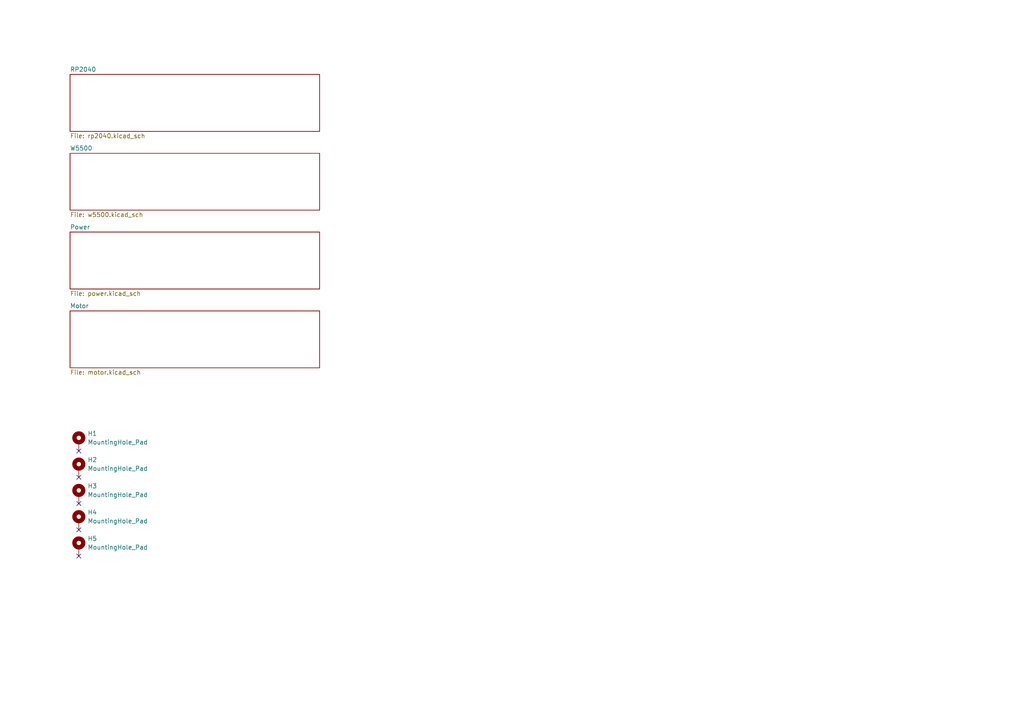
<source format=kicad_sch>
(kicad_sch (version 20211123) (generator eeschema)
  (paper "A4")
  (lib_symbols
    (symbol "Mechanical:MountingHole_Pad" (pin_numbers hide) (pin_names (offset 1.016) hide)
      (property "Reference" "H" (at 0 6.35 0))
      (property "Value" "MountingHole_Pad" (at 0 4.445 0))
      (symbol "MountingHole_Pad_0_1"
        (circle (center 0 1.27) (radius 1.27) (stroke (width 1.27)))
      )
      (symbol "MountingHole_Pad_1_1"
        (pin input line (at 0 -2.54 90) (length 2.54) (name "1") (number "1"))
      )
    )
  )
  (no_connect (at 22.86 130.81))
  (no_connect (at 22.86 146.05))
  (no_connect (at 22.86 153.67))
  (no_connect (at 22.86 138.43))
  (no_connect (at 22.86 161.29))
  (symbol (lib_id "Mechanical:MountingHole_Pad") (at 22.86 128.27 0) (unit 1)
    (property "Reference" "H1" (at 25.4 125.7299 0) (effects (justify left)))
    (property "Value" "MountingHole_Pad" (at 25.4 128.2699 0) (effects (justify left)))
    (property "Footprint" "MountingHole:MountingHole_3.2mm_M3_DIN965_Pad" (effects hide))
  )
  (symbol (lib_id "Mechanical:MountingHole_Pad") (at 22.86 135.89 0) (unit 1)
    (property "Reference" "H2" (at 25.4 133.3499 0) (effects (justify left)))
    (property "Value" "MountingHole_Pad" (at 25.4 135.8899 0) (effects (justify left)))
    (property "Footprint" "MountingHole:MountingHole_3.2mm_M3_DIN965_Pad" (effects hide))
  )
  (symbol (lib_id "Mechanical:MountingHole_Pad") (at 22.86 143.51 0) (unit 1)
    (property "Reference" "H3" (at 25.4 140.9699 0) (effects (justify left)))
    (property "Value" "MountingHole_Pad" (at 25.4 143.5099 0) (effects (justify left)))
    (property "Footprint" "MountingHole:MountingHole_3.2mm_M3_DIN965_Pad" (effects hide))
  )
  (symbol (lib_id "Mechanical:MountingHole_Pad") (at 22.86 158.75 0) (unit 1)
    (property "Reference" "H5" (at 25.4 156.2099 0) (effects (justify left)))
    (property "Value" "MountingHole_Pad" (at 25.4 158.7499 0) (effects (justify left)))
    (property "Footprint" "MountingHole:MountingHole_3.2mm_M3_DIN965_Pad" (effects hide))
  )
  (symbol (lib_id "Mechanical:MountingHole_Pad") (at 22.86 151.13 0) (unit 1)
    (property "Reference" "H4" (at 25.4 148.5899 0) (effects (justify left)))
    (property "Value" "MountingHole_Pad" (at 25.4 151.1299 0) (effects (justify left)))
    (property "Footprint" "MountingHole:MountingHole_3.2mm_M3_DIN965_Pad" (effects hide))
  )
  (sheet (at 20.32 44.45) (size 72.39 16.51) (stroke (width 0.1524))
    (property "Sheet name" "W5500" (at 20.32 43.7384 0) (effects (justify left bottom)))
    (property "Sheet file" "w5500.kicad_sch" (at 20.32 61.5446 0) (effects (justify left top)))
  )
  (sheet (at 20.32 21.59) (size 72.39 16.51) (stroke (width 0.1524))
    (property "Sheet name" "RP2040" (at 20.32 20.8784 0) (effects (justify left bottom)))
    (property "Sheet file" "rp2040.kicad_sch" (at 20.32 38.6846 0) (effects (justify left top)))
  )
  (sheet (at 20.32 67.31) (size 72.39 16.51) (stroke (width 0.1524))
    (property "Sheet name" "Power" (at 20.32 66.5984 0) (effects (justify left bottom)))
    (property "Sheet file" "power.kicad_sch" (at 20.32 84.4046 0) (effects (justify left top)))
  )
  (sheet (at 20.32 90.17) (size 72.39 16.51) (stroke (width 0.1524))
    (property "Sheet name" "Motor" (at 20.32 89.4584 0) (effects (justify left bottom)))
    (property "Sheet file" "motor.kicad_sch" (at 20.32 107.2646 0) (effects (justify left top)))
  )
)
</source>
